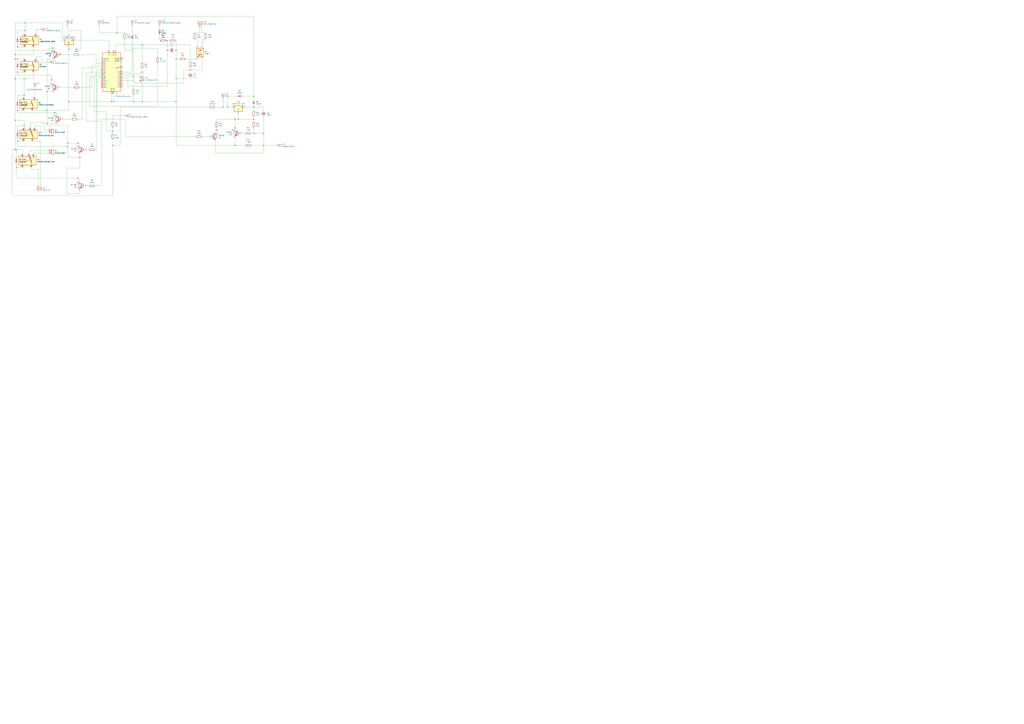
<source format=kicad_sch>
(kicad_sch (version 20250114) (generator "eeschema") (generator_version "9.0")
  (paper "A0")
  (lib_symbols
    (symbol "Connector_Generic:Conn_01x01" (pin_names (offset 1.016) (hide yes))
      (property "Reference" "J" (at 0 2.54 0))
      (property "Value" "Conn_01x01" (at 0 -2.54 0))
      (symbol "Conn_01x01_1_1"
        (pin passive line (at -5.08 0 0) (length 3.81) (name "Pin_1") (number "1"))
      )
    )
    (symbol "Connector_Generic:Conn_01x02" (pin_names (offset 1.016) (hide yes))
      (property "Reference" "J" (at 0 2.54 0))
      (property "Value" "Conn_01x02" (at 0 -5.08 0))
      (symbol "Conn_01x02_1_1"
        (pin passive line (at -5.08 0 0) (length 3.81) (name "Pin_1") (number "1"))
        (pin passive line (at -5.08 -2.54 0) (length 3.81) (name "Pin_2") (number "2"))
      )
    )
    (symbol "Device:C" (pin_numbers (hide yes)) (pin_names (offset 0.254))
      (property "Reference" "C" (at 0.635 2.54 0))
      (property "Value" "C" (at 0.635 -2.54 0))
      (symbol "C_1_1"
        (pin passive line (at 0 3.81 270) (length 2.794) (name "~") (number "1"))
        (pin passive line (at 0 -3.81 90) (length 2.794) (name "~") (number "2"))
      )
    )
    (symbol "Device:R" (pin_numbers (hide yes)) (pin_names (offset 0))
      (property "Reference" "R" (at 2.032 0 90))
      (property "Value" "R" (at 0 0 90))
      (symbol "R_1_1"
        (pin passive line (at 0 3.81 270) (length 1.27) (name "~") (number "1"))
        (pin passive line (at 0 -3.81 90) (length 1.27) (name "~") (number "2"))
      )
    )
    (symbol "Device:Thermistor_NTC" (pin_numbers (hide yes)) (pin_names (offset 0))
      (property "Reference" "TH" (at -4.445 0 90))
      (property "Value" "Thermistor_NTC" (at 3.175 0 90))
      (symbol "Thermistor_NTC_1_1"
        (pin passive line (at 0 3.81 270) (length 1.27) (name "~") (number "1"))
        (pin passive line (at 0 -3.81 90) (length 1.27) (name "~") (number "2"))
      )
    )
    (symbol "Diode:1N4148W" (pin_numbers (hide yes)) (pin_names (hide yes))
      (property "Reference" "D" (at 0 2.54 0))
      (property "Value" "1N4148W" (at 0 -2.54 0))
      (symbol "1N4148W_1_1"
        (pin passive line (at -3.81 0 0) (length 2.54) (name "K") (number "1"))
        (pin passive line (at 3.81 0 180) (length 2.54) (name "A") (number "2"))
      )
    )
    (symbol "Diode:SS14" (pin_numbers (hide yes)) (pin_names (offset 1.016) (hide yes))
      (property "Reference" "D" (at 0 2.54 0))
      (property "Value" "SS14" (at 0 -2.54 0))
      (symbol "SS14_1_1"
        (pin passive line (at -3.81 0 0) (length 2.54) (name "K") (number "1"))
        (pin passive line (at 3.81 0 180) (length 2.54) (name "A") (number "2"))
      )
    )
    (symbol "Diode:US1M" (pin_numbers (hide yes)) (pin_names (hide yes))
      (property "Reference" "D" (at 0 2.54 0))
      (property "Value" "US1M" (at 0 -2.54 0))
      (symbol "US1M_1_1"
        (pin passive line (at -3.81 0 0) (length 2.54) (name "K") (number "1"))
        (pin passive line (at 3.81 0 180) (length 2.54) (name "A") (number "2"))
      )
    )
    (symbol "Isolator:PC817" (pin_names (offset 1.016))
      (property "Reference" "U" (at -5.08 5.08 0))
      (property "Value" "PC817" (at 0 5.08 0))
      (symbol "PC817_1_1"
        (pin passive line (at -7.62 2.54 0) (length 2.54) (name "~") (number "1"))
        (pin passive line (at -7.62 -2.54 0) (length 2.54) (name "~") (number "2"))
        (pin passive line (at 7.62 2.54 180) (length 2.54) (name "~") (number "4"))
        (pin passive line (at 7.62 -2.54 180) (length 2.54) (name "~") (number "3"))
      )
    )
    (symbol "MCU_Module:Arduino_Nano_v3.x"
      (property "Reference" "A" (at -10.16 23.495 0))
      (property "Value" "Arduino_Nano_v3.x" (at 5.08 -24.13 0))
      (symbol "Arduino_Nano_v3.x_1_1"
        (pin bidirectional line (at -12.7 15.24 0) (length 2.54) (name "D0/RX") (number "2"))
        (pin bidirectional line (at -12.7 12.7 0) (length 2.54) (name "D1/TX") (number "1"))
        (pin bidirectional line (at -12.7 10.16 0) (length 2.54) (name "D2") (number "5"))
        (pin bidirectional line (at -12.7 7.62 0) (length 2.54) (name "D3") (number "6"))
        (pin bidirectional line (at -12.7 5.08 0) (length 2.54) (name "D4") (number "7"))
        (pin bidirectional line (at -12.7 2.54 0) (length 2.54) (name "D5") (number "8"))
        (pin bidirectional line (at -12.7 0 0) (length 2.54) (name "D6") (number "9"))
        (pin bidirectional line (at -12.7 -2.54 0) (length 2.54) (name "D7") (number "10"))
        (pin bidirectional line (at -12.7 -5.08 0) (length 2.54) (name "D8") (number "11"))
        (pin bidirectional line (at -12.7 -7.62 0) (length 2.54) (name "D9") (number "12"))
        (pin bidirectional line (at -12.7 -10.16 0) (length 2.54) (name "D10") (number "13"))
        (pin bidirectional line (at -12.7 -12.7 0) (length 2.54) (name "D11") (number "14"))
        (pin bidirectional line (at -12.7 -15.24 0) (length 2.54) (name "D12") (number "15"))
        (pin bidirectional line (at -12.7 -17.78 0) (length 2.54) (name "D13") (number "16"))
        (pin power_in line (at -2.54 25.4 270) (length 2.54) (name "VIN") (number "30"))
        (pin power_in line (at 0 -25.4 90) (length 2.54) (name "GND") (number "4"))
        (pin power_out line (at 2.54 25.4 270) (length 2.54) (name "3V3") (number "17"))
        (pin power_in line (at 2.54 -25.4 90) (length 2.54) (name "GND") (number "29"))
        (pin power_out line (at 5.08 25.4 270) (length 2.54) (name "+5V") (number "27"))
        (pin input line (at 12.7 15.24 180) (length 2.54) (name "~{RESET}") (number "28"))
        (pin input line (at 12.7 12.7 180) (length 2.54) (name "~{RESET}") (number "3"))
        (pin input line (at 12.7 5.08 180) (length 2.54) (name "AREF") (number "18"))
        (pin bidirectional line (at 12.7 0 180) (length 2.54) (name "A0") (number "19"))
        (pin bidirectional line (at 12.7 -2.54 180) (length 2.54) (name "A1") (number "20"))
        (pin bidirectional line (at 12.7 -5.08 180) (length 2.54) (name "A2") (number "21"))
        (pin bidirectional line (at 12.7 -7.62 180) (length 2.54) (name "A3") (number "22"))
        (pin bidirectional line (at 12.7 -10.16 180) (length 2.54) (name "A4") (number "23"))
        (pin bidirectional line (at 12.7 -12.7 180) (length 2.54) (name "A5") (number "24"))
        (pin bidirectional line (at 12.7 -15.24 180) (length 2.54) (name "A6") (number "25"))
        (pin bidirectional line (at 12.7 -17.78 180) (length 2.54) (name "A7") (number "26"))
      )
    )
    (symbol "Regulator_Linear:LM317_TO-220" (pin_names (offset 0.254))
      (property "Reference" "U" (at -3.81 3.175 0))
      (property "Value" "LM317_TO-220" (at 0 3.175 0))
      (symbol "LM317_TO-220_1_1"
        (pin power_in line (at -7.62 0 0) (length 2.54) (name "VI") (number "3"))
        (pin input line (at 0 -7.62 90) (length 2.54) (name "ADJ") (number "1"))
        (pin power_out line (at 7.62 0 180) (length 2.54) (name "VO") (number "2"))
      )
    )
    (symbol "Regulator_Linear:LM7809_TO220" (pin_names (offset 0.254))
      (property "Reference" "U" (at -3.81 3.175 0))
      (property "Value" "LM7809_TO220" (at 0 3.175 0))
      (symbol "LM7809_TO220_1_1"
        (pin power_in line (at -7.62 0 0) (length 2.54) (name "VI") (number "1"))
        (pin power_in line (at 0 -7.62 90) (length 2.54) (name "GND") (number "2"))
        (pin power_out line (at 7.62 0 180) (length 2.54) (name "VO") (number "3"))
      )
    )
    (symbol "Relay:Relay_SPDT"
      (property "Reference" "K" (at 11.43 3.81 0))
      (property "Value" "Relay_SPDT" (at 11.43 1.27 0))
      (symbol "Relay_SPDT_1_1"
        (pin passive line (at -5.08 7.62 270) (length 2.54) (name "~") (number "A1"))
        (pin passive line (at -5.08 -7.62 90) (length 2.54) (name "~") (number "A2"))
        (pin passive line (at 2.54 7.62 270) (length 2.54) (name "~") (number "12"))
        (pin passive line (at 5.08 -7.62 90) (length 2.54) (name "~") (number "11"))
        (pin passive line (at 7.62 7.62 270) (length 2.54) (name "~") (number "14"))
      )
    )
    (symbol "Relay:Relay_SPST-NO"
      (property "Reference" "K" (at 11.43 3.81 0))
      (property "Value" "Relay_SPST-NO" (at 11.43 1.27 0))
      (symbol "Relay_SPST-NO_1_1"
        (pin passive line (at -5.08 7.62 270) (length 2.54) (name "~") (number "A1"))
        (pin passive line (at -5.08 -7.62 90) (length 2.54) (name "~") (number "A2"))
        (pin passive line (at 5.08 -7.62 90) (length 2.54) (name "~") (number "13"))
        (pin passive line (at 7.62 7.62 270) (length 2.54) (name "~") (number "14"))
      )
    )
    (symbol "Transistor_BJT:BCP56" (pin_names (offset 0) (hide yes))
      (property "Reference" "Q" (at 5.08 1.905 0))
      (property "Value" "BCP56" (at 5.08 0 0))
      (symbol "BCP56_1_1"
        (pin input line (at -5.08 0 0) (length 2.54) (name "B") (number "1"))
        (pin passive line (at 2.54 5.08 270) (length 2.54) (name "C") (number "2"))
        (pin passive line (at 2.54 -5.08 90) (length 2.54) (name "E") (number "3"))
        (pin passive line (at 5.08 5.08 270) (length 2.54) (name "C") (number "4"))
      )
    )
  )
  (junction (at 165.1 52.07))
  (junction (at 19.05 173.99))
  (junction (at 60.96 55.88))
  (junction (at 63.5 130.81))
  (junction (at 90.17 207.01))
  (junction (at 204.47 91.44))
  (junction (at 204.47 68.58))
  (junction (at 306.07 154.94))
  (junction (at 194.31 46.99))
  (junction (at 29.21 35.56))
  (junction (at 154.94 88.9))
  (junction (at 80.01 57.15))
  (junction (at 294.64 124.46))
  (junction (at 54.61 143.51))
  (junction (at 27.94 110.49))
  (junction (at 17.78 68.58))
  (junction (at 220.98 81.28))
  (junction (at 54.61 128.27))
  (junction (at 17.78 63.5))
  (junction (at 165.1 118.11))
  (junction (at 20.32 163.83))
  (junction (at 204.47 58.42))
  (junction (at 78.74 170.18))
  (junction (at 92.71 182.88))
  (junction (at 20.32 128.27))
  (junction (at 273.05 138.43))
  (junction (at 154.94 118.11))
  (junction (at 130.81 152.4))
  (junction (at 264.16 124.46))
  (junction (at 20.32 68.58))
  (junction (at 306.07 168.91))
  (junction (at 153.67 55.88))
  (junction (at 194.31 58.42))
  (junction (at 90.17 166.37))
  (junction (at 204.47 118.11))
  (junction (at 17.78 173.99))
  (junction (at 132.08 118.11))
  (junction (at 273.05 148.59))
  (junction (at 54.61 106.68))
  (junction (at 80.01 118.11))
  (junction (at 135.89 38.1))
  (junction (at 19.05 194.31))
  (junction (at 294.64 154.94))
  (junction (at 129.54 118.11))
  (junction (at 27.94 146.05))
  (junction (at 20.32 54.61))
  (junction (at 276.86 138.43))
  (junction (at 294.64 111.76))
  (junction (at 165.1 83.82))
  (junction (at 20.32 83.82))
  (junction (at 251.46 151.13))
  (junction (at 130.81 168.91))
  (junction (at 59.69 92.71))
  (junction (at 273.05 168.91))
  (junction (at 29.21 26.67))
  (junction (at 17.78 91.44))
  (junction (at 27.94 91.44))
  (junction (at 78.74 166.37))
  (junction (at 17.78 139.7))
  (junction (at 259.08 124.46))
  (junction (at 294.64 138.43))
  (wire (pts (xy 92.71 63.5) (xy 111.76 63.5)))
  (wire (pts (xy 226.06 45.72) (xy 229.87 45.72)))
  (wire (pts (xy 55.88 151.13) (xy 50.8 151.13)))
  (wire (pts (xy 19.05 194.31) (xy 19.05 190.5)))
  (wire (pts (xy 39.37 54.61) (xy 39.37 63.5)))
  (wire (pts (xy 92.71 195.58) (xy 77.47 195.58)))
  (wire (pts (xy 153.67 83.82) (xy 153.67 55.88)))
  (wire (pts (xy 27.94 139.7) (xy 17.78 139.7)))
  (wire (pts (xy 55.88 175.26) (xy 34.29 175.26)))
  (wire (pts (xy 92.71 210.82) (xy 92.71 207.01)))
  (wire (pts (xy 146.05 158.75) (xy 146.05 138.43)))
  (wire (pts (xy 294.64 124.46) (xy 294.64 128.27)))
  (wire (pts (xy 92.71 207.01) (xy 90.17 207.01)))
  (wire (pts (xy 100.33 140.97) (xy 100.33 83.82)))
  (wire (pts (xy 93.98 57.15) (xy 80.01 57.15)))
  (wire (pts (xy 27.94 91.44) (xy 27.94 110.49)))
  (wire (pts (xy 111.76 81.28) (xy 111.76 173.99)))
  (wire (pts (xy 63.5 130.81) (xy 63.5 133.35)))
  (wire (pts (xy 270.51 148.59) (xy 273.05 148.59)))
  (wire (pts (xy 20.32 83.82) (xy 20.32 80.01)))
  (wire (pts (xy 118.11 215.9) (xy 118.11 140.97)))
  (wire (pts (xy 55.88 72.39) (xy 48.26 72.39)))
  (wire (pts (xy 26.67 179.07) (xy 26.67 173.99)))
  (wire (pts (xy 29.21 83.82) (xy 20.32 83.82)))
  (wire (pts (xy 182.88 55.88) (xy 182.88 66.04)))
  (wire (pts (xy 55.88 153.67) (xy 46.99 153.67)))
  (wire (pts (xy 106.68 76.2) (xy 116.84 76.2)))
  (wire (pts (xy 238.76 38.1) (xy 233.68 38.1)))
  (wire (pts (xy 20.32 128.27) (xy 20.32 124.46)))
  (wire (pts (xy 165.1 83.82) (xy 165.1 87.63)))
  (wire (pts (xy 220.98 81.28) (xy 220.98 78.74)))
  (wire (pts (xy 220.98 52.07) (xy 165.1 52.07)))
  (wire (pts (xy 39.37 83.82) (xy 39.37 91.44)))
  (wire (pts (xy 63.5 55.88) (xy 60.96 55.88)))
  (wire (pts (xy 165.1 80.01) (xy 165.1 83.82)))
  (wire (pts (xy 204.47 68.58) (xy 208.28 68.58)))
  (wire (pts (xy 104.14 123.19) (xy 104.14 88.9)))
  (wire (pts (xy 273.05 168.91) (xy 284.48 168.91)))
  (wire (pts (xy 123.19 129.54) (xy 109.22 129.54)))
  (wire (pts (xy 234.95 81.28) (xy 220.98 81.28)))
  (wire (pts (xy 156.21 96.52) (xy 213.36 96.52)))
  (wire (pts (xy 162.56 83.82) (xy 165.1 83.82)))
  (wire (pts (xy 44.45 196.85) (xy 44.45 214.63)))
  (wire (pts (xy 231.14 31.75) (xy 231.14 38.1)))
  (wire (pts (xy 95.25 78.74) (xy 95.25 138.43)))
  (wire (pts (xy 165.1 52.07) (xy 134.62 52.07)))
  (wire (pts (xy 251.46 140.97) (xy 251.46 138.43)))
  (wire (pts (xy 251.46 151.13) (xy 250.19 151.13)))
  (wire (pts (xy 20.32 163.83) (xy 20.32 160.02)))
  (wire (pts (xy 20.32 87.63) (xy 59.69 87.63)))
  (wire (pts (xy 242.57 124.46) (xy 139.7 124.46)))
  (wire (pts (xy 116.84 78.74) (xy 95.25 78.74)))
  (wire (pts (xy 113.03 138.43) (xy 113.03 91.44)))
  (wire (pts (xy 215.9 68.58) (xy 229.87 68.58)))
  (wire (pts (xy 71.12 63.5) (xy 85.09 63.5)))
  (wire (pts (xy 251.46 148.59) (xy 251.46 151.13)))
  (wire (pts (xy 142.24 83.82) (xy 153.67 83.82)))
  (wire (pts (xy 106.68 101.6) (xy 106.68 76.2)))
  (wire (pts (xy 35.56 142.24) (xy 35.56 148.59)))
  (wire (pts (xy 135.89 38.1) (xy 115.57 38.1)))
  (wire (pts (xy 227.33 158.75) (xy 146.05 158.75)))
  (wire (pts (xy 139.7 168.91) (xy 130.81 168.91)))
  (wire (pts (xy 294.64 154.94) (xy 294.64 148.59)))
  (wire (pts (xy 204.47 118.11) (xy 165.1 118.11)))
  (wire (pts (xy 13.97 227.33) (xy 13.97 173.99)))
  (wire (pts (xy 63.5 68.58) (xy 54.61 68.58)))
  (wire (pts (xy 90.17 207.01) (xy 90.17 210.82)))
  (wire (pts (xy 109.22 86.36) (xy 116.84 86.36)))
  (wire (pts (xy 27.94 146.05) (xy 27.94 139.7)))
  (wire (pts (xy 273.05 168.91) (xy 204.47 168.91)))
  (wire (pts (xy 20.32 152.4) (xy 20.32 146.05)))
  (wire (pts (xy 185.42 30.48) (xy 185.42 33.02)))
  (wire (pts (xy 274.32 111.76) (xy 264.16 111.76)))
  (wire (pts (xy 220.98 71.12) (xy 220.98 52.07)))
  (wire (pts (xy 41.91 66.04) (xy 41.91 68.58)))
  (wire (pts (xy 20.32 54.61) (xy 20.32 58.42)))
  (wire (pts (xy 306.07 168.91) (xy 320.04 168.91)))
  (wire (pts (xy 135.89 19.05) (xy 135.89 38.1)))
  (wire (pts (xy 135.89 19.05) (xy 294.64 19.05)))
  (wire (pts (xy 270.51 149.86) (xy 270.51 148.59)))
  (wire (pts (xy 100.33 215.9) (xy 102.87 215.9)))
  (wire (pts (xy 19.05 173.99) (xy 17.78 173.99)))
  (wire (pts (xy 78.74 146.05) (xy 54.61 146.05)))
  (wire (pts (xy 132.08 118.11) (xy 129.54 118.11)))
  (wire (pts (xy 294.64 135.89) (xy 294.64 138.43)))
  (wire (pts (xy 143.51 134.62) (xy 130.81 134.62)))
  (wire (pts (xy 80.01 54.61) (xy 80.01 57.15)))
  (wire (pts (xy 194.31 100.33) (xy 148.59 100.33)))
  (wire (pts (xy 148.59 91.44) (xy 142.24 91.44)))
  (wire (pts (xy 193.04 46.99) (xy 194.31 46.99)))
  (wire (pts (xy 92.71 182.88) (xy 78.74 182.88)))
  (wire (pts (xy 306.07 135.89) (xy 306.07 154.94)))
  (wire (pts (xy 264.16 124.46) (xy 259.08 124.46)))
  (wire (pts (xy 231.14 38.1) (xy 226.06 38.1)))
  (wire (pts (xy 19.05 207.01) (xy 19.05 194.31)))
  (wire (pts (xy 306.07 154.94) (xy 306.07 168.91)))
  (wire (pts (xy 111.76 73.66) (xy 116.84 73.66)))
  (wire (pts (xy 234.95 53.34) (xy 234.95 45.72)))
  (wire (pts (xy 144.78 38.1) (xy 135.89 38.1)))
  (wire (pts (xy 144.78 45.72) (xy 144.78 58.42)))
  (wire (pts (xy 250.19 124.46) (xy 259.08 124.46)))
  (wire (pts (xy 153.67 46.99) (xy 153.67 55.88)))
  (wire (pts (xy 20.32 110.49) (xy 27.94 110.49)))
  (wire (pts (xy 46.99 163.83) (xy 46.99 214.63)))
  (wire (pts (xy 182.88 73.66) (xy 182.88 123.19)))
  (wire (pts (xy 66.04 133.35) (xy 66.04 130.81)))
  (wire (pts (xy 55.88 55.88) (xy 60.96 55.88)))
  (wire (pts (xy 20.32 130.81) (xy 20.32 128.27)))
  (wire (pts (xy 20.32 170.18) (xy 20.32 163.83)))
  (wire (pts (xy 220.98 81.28) (xy 220.98 83.82)))
  (wire (pts (xy 38.1 128.27) (xy 54.61 128.27)))
  (wire (pts (xy 36.83 196.85) (xy 36.83 194.31)))
  (wire (pts (xy 148.59 100.33) (xy 148.59 91.44)))
  (wire (pts (xy 292.1 168.91) (xy 306.07 168.91)))
  (wire (pts (xy 66.04 143.51) (xy 54.61 143.51)))
  (wire (pts (xy 54.61 106.68) (xy 62.23 106.68)))
  (wire (pts (xy 17.78 139.7) (xy 17.78 91.44)))
  (wire (pts (xy 29.21 35.56) (xy 29.21 39.37)))
  (wire (pts (xy 100.33 173.99) (xy 102.87 173.99)))
  (wire (pts (xy 116.84 81.28) (xy 111.76 81.28)))
  (wire (pts (xy 78.74 146.05) (xy 78.74 166.37)))
  (wire (pts (xy 264.16 111.76) (xy 264.16 124.46)))
  (wire (pts (xy 250.19 177.8) (xy 306.07 177.8)))
  (wire (pts (xy 273.05 148.59) (xy 273.05 138.43)))
  (wire (pts (xy 20.32 83.82) (xy 20.32 87.63)))
  (wire (pts (xy 118.11 140.97) (xy 100.33 140.97)))
  (wire (pts (xy 294.64 123.19) (xy 294.64 124.46)))
  (wire (pts (xy 63.5 130.81) (xy 20.32 130.81)))
  (wire (pts (xy 146.05 138.43) (xy 113.03 138.43)))
  (wire (pts (xy 204.47 68.58) (xy 204.47 91.44)))
  (wire (pts (xy 50.8 151.13) (xy 50.8 142.24)))
  (wire (pts (xy 276.86 138.43) (xy 276.86 132.08)))
  (wire (pts (xy 250.19 151.13) (xy 250.19 153.67)))
  (wire (pts (xy 294.64 124.46) (xy 306.07 124.46)))
  (wire (pts (xy 204.47 91.44) (xy 204.47 118.11)))
  (wire (pts (xy 20.32 116.84) (xy 20.32 110.49)))
  (wire (pts (xy 252.73 153.67) (xy 252.73 151.13)))
  (wire (pts (xy 62.23 96.52) (xy 62.23 92.71)))
  (wire (pts (xy 204.47 91.44) (xy 220.98 91.44)))
  (wire (pts (xy 17.78 26.67) (xy 29.21 26.67)))
  (wire (pts (xy 44.45 196.85) (xy 36.83 196.85)))
  (wire (pts (xy 55.88 58.42) (xy 55.88 55.88)))
  (wire (pts (xy 229.87 45.72) (xy 229.87 53.34)))
  (wire (pts (xy 234.95 158.75) (xy 242.57 158.75)))
  (wire (pts (xy 54.61 146.05) (xy 54.61 143.51)))
  (wire (pts (xy 294.64 111.76) (xy 294.64 115.57)))
  (wire (pts (xy 123.19 152.4) (xy 130.81 152.4)))
  (wire (pts (xy 72.39 26.67) (xy 29.21 26.67)))
  (wire (pts (xy 20.32 146.05) (xy 27.94 146.05)))
  (wire (pts (xy 27.94 163.83) (xy 20.32 163.83)))
  (wire (pts (xy 134.62 52.07) (xy 134.62 58.42)))
  (wire (pts (xy 20.32 43.18) (xy 20.32 35.56)))
  (wire (pts (xy 20.32 58.42) (xy 55.88 58.42)))
  (wire (pts (xy 234.95 45.72) (xy 238.76 45.72)))
  (wire (pts (xy 20.32 68.58) (xy 17.78 68.58)))
  (wire (pts (xy 204.47 168.91) (xy 204.47 118.11)))
  (wire (pts (xy 130.81 168.91) (xy 130.81 227.33)))
  (wire (pts (xy 234.95 68.58) (xy 234.95 81.28)))
  (wire (pts (xy 17.78 63.5) (xy 17.78 26.67)))
  (wire (pts (xy 73.66 138.43) (xy 82.55 138.43)))
  (wire (pts (xy 204.47 58.42) (xy 204.47 68.58)))
  (wire (pts (xy 29.21 68.58) (xy 20.32 68.58)))
  (wire (pts (xy 20.32 68.58) (xy 20.32 72.39)))
  (wire (pts (xy 130.81 162.56) (xy 130.81 168.91)))
  (wire (pts (xy 154.94 118.11) (xy 132.08 118.11)))
  (wire (pts (xy 26.67 173.99) (xy 19.05 173.99)))
  (wire (pts (xy 20.32 54.61) (xy 20.32 50.8)))
  (wire (pts (xy 153.67 55.88) (xy 182.88 55.88)))
  (wire (pts (xy 142.24 86.36) (xy 162.56 86.36)))
  (wire (pts (xy 113.03 91.44) (xy 116.84 91.44)))
  (wire (pts (xy 144.78 58.42) (xy 154.94 58.42)))
  (wire (pts (xy 269.24 124.46) (xy 264.16 124.46)))
  (wire (pts (xy 80.01 57.15) (xy 80.01 118.11)))
  (wire (pts (xy 78.74 166.37) (xy 90.17 166.37)))
  (wire (pts (xy 251.46 138.43) (xy 273.05 138.43)))
  (wire (pts (xy 95.25 138.43) (xy 90.17 138.43)))
  (wire (pts (xy 273.05 149.86) (xy 273.05 148.59)))
  (wire (pts (xy 27.94 148.59) (xy 27.94 146.05)))
  (wire (pts (xy 154.94 110.49) (xy 154.94 118.11)))
  (wire (pts (xy 54.61 128.27) (xy 80.01 128.27)))
  (wire (pts (xy 213.36 96.52) (xy 213.36 81.28)))
  (wire (pts (xy 63.5 58.42) (xy 63.5 55.88)))
  (wire (pts (xy 54.61 128.27) (xy 54.61 143.51)))
  (wire (pts (xy 92.71 166.37) (xy 90.17 166.37)))
  (wire (pts (xy 46.99 146.05) (xy 40.64 146.05)))
  (wire (pts (xy 55.88 177.8) (xy 39.37 177.8)))
  (wire (pts (xy 250.19 163.83) (xy 250.19 177.8)))
  (wire (pts (xy 130.81 152.4) (xy 130.81 154.94)))
  (wire (pts (xy 280.67 154.94) (xy 284.48 154.94)))
  (wire (pts (xy 92.71 179.07) (xy 92.71 182.88)))
  (wire (pts (xy 194.31 46.99) (xy 194.31 58.42)))
  (wire (pts (xy 26.67 194.31) (xy 19.05 194.31)))
  (wire (pts (xy 139.7 124.46) (xy 139.7 168.91)))
  (wire (pts (xy 294.64 19.05) (xy 294.64 111.76)))
  (wire (pts (xy 60.96 55.88) (xy 60.96 58.42)))
  (wire (pts (xy 203.2 58.42) (xy 204.47 58.42)))
  (wire (pts (xy 69.85 101.6) (xy 85.09 101.6)))
  (wire (pts (xy 45.72 34.29) (xy 41.91 34.29)))
  (wire (pts (xy 165.1 72.39) (xy 165.1 52.07)))
  (wire (pts (xy 306.07 128.27) (xy 306.07 124.46)))
  (wire (pts (xy 165.1 95.25) (xy 165.1 118.11)))
  (wire (pts (xy 100.33 83.82) (xy 116.84 83.82)))
  (wire (pts (xy 39.37 63.5) (xy 17.78 63.5)))
  (wire (pts (xy 294.64 138.43) (xy 276.86 138.43)))
  (wire (pts (xy 40.64 146.05) (xy 40.64 148.59)))
  (wire (pts (xy 154.94 88.9) (xy 142.24 88.9)))
  (wire (pts (xy 27.94 91.44) (xy 17.78 91.44)))
  (wire (pts (xy 104.14 88.9) (xy 116.84 88.9)))
  (wire (pts (xy 29.21 54.61) (xy 20.32 54.61)))
  (wire (pts (xy 13.97 173.99) (xy 17.78 173.99)))
  (wire (pts (xy 109.22 129.54) (xy 109.22 86.36)))
  (wire (pts (xy 92.71 182.88) (xy 92.71 195.58)))
  (wire (pts (xy 41.91 34.29) (xy 41.91 39.37)))
  (wire (pts (xy 27.94 128.27) (xy 20.32 128.27)))
  (wire (pts (xy 110.49 215.9) (xy 118.11 215.9)))
  (wire (pts (xy 294.64 154.94) (xy 306.07 154.94)))
  (wire (pts (xy 273.05 138.43) (xy 276.86 138.43)))
  (wire (pts (xy 127 46.99) (xy 127 58.42)))
  (wire (pts (xy 20.32 35.56) (xy 29.21 35.56)))
  (wire (pts (xy 90.17 166.37) (xy 90.17 168.91)))
  (wire (pts (xy 162.56 86.36) (xy 162.56 83.82)))
  (wire (pts (xy 29.21 26.67) (xy 29.21 35.56)))
  (wire (pts (xy 87.63 46.99) (xy 127 46.99)))
  (wire (pts (xy 78.74 30.48) (xy 78.74 35.56)))
  (wire (pts (xy 213.36 81.28) (xy 220.98 81.28)))
  (wire (pts (xy 50.8 142.24) (xy 35.56 142.24)))
  (wire (pts (xy 90.17 207.01) (xy 19.05 207.01)))
  (wire (pts (xy 194.31 58.42) (xy 195.58 58.42)))
  (wire (pts (xy 115.57 38.1) (xy 115.57 30.48)))
  (wire (pts (xy 48.26 66.04) (xy 41.91 66.04)))
  (wire (pts (xy 185.42 40.64) (xy 185.42 46.99)))
  (wire (pts (xy 92.71 101.6) (xy 106.68 101.6)))
  (wire (pts (xy 156.21 93.98) (xy 142.24 93.98)))
  (wire (pts (xy 77.47 224.79) (xy 92.71 224.79)))
  (wire (pts (xy 80.01 128.27) (xy 80.01 118.11)))
  (wire (pts (xy 66.04 130.81) (xy 63.5 130.81)))
  (wire (pts (xy 156.21 96.52) (xy 156.21 93.98)))
  (wire (pts (xy 92.71 168.91) (xy 92.71 166.37)))
  (wire (pts (xy 165.1 118.11) (xy 154.94 118.11)))
  (wire (pts (xy 93.98 35.56) (xy 93.98 57.15)))
  (wire (pts (xy 80.01 118.11) (xy 129.54 118.11)))
  (wire (pts (xy 233.68 38.1) (xy 233.68 31.75)))
  (wire (pts (xy 132.08 109.22) (xy 132.08 118.11)))
  (wire (pts (xy 194.31 46.99) (xy 196.85 46.99)))
  (wire (pts (xy 78.74 35.56) (xy 93.98 35.56)))
  (wire (pts (xy 153.67 30.48) (xy 153.67 39.37)))
  (wire (pts (xy 111.76 173.99) (xy 110.49 173.99)))
  (wire (pts (xy 19.05 173.99) (xy 19.05 182.88)))
  (wire (pts (xy 72.39 46.99) (xy 72.39 26.67)))
  (wire (pts (xy 292.1 154.94) (xy 294.64 154.94)))
  (wire (pts (xy 123.19 152.4) (xy 123.19 129.54)))
  (wire (pts (xy 130.81 148.59) (xy 130.81 152.4)))
  (wire (pts (xy 62.23 92.71) (xy 59.69 92.71)))
  (wire (pts (xy 20.32 170.18) (xy 78.74 170.18)))
  (wire (pts (xy 77.47 195.58) (xy 77.47 224.79)))
  (wire (pts (xy 129.54 118.11) (xy 129.54 109.22)))
  (wire (pts (xy 273.05 160.02) (xy 273.05 168.91)))
  (wire (pts (xy 306.07 177.8) (xy 306.07 168.91)))
  (wire (pts (xy 17.78 173.99) (xy 17.78 139.7)))
  (wire (pts (xy 78.74 170.18) (xy 78.74 182.88)))
  (wire (pts (xy 48.26 72.39) (xy 48.26 66.04)))
  (wire (pts (xy 259.08 115.57) (xy 259.08 124.46)))
  (wire (pts (xy 54.61 68.58) (xy 54.61 106.68)))
  (wire (pts (xy 46.99 153.67) (xy 46.99 146.05)))
  (wire (pts (xy 154.94 102.87) (xy 154.94 88.9)))
  (wire (pts (xy 182.88 123.19) (xy 104.14 123.19)))
  (wire (pts (xy 92.71 224.79) (xy 92.71 220.98)))
  (wire (pts (xy 40.64 102.87) (xy 40.64 113.03)))
  (wire (pts (xy 204.47 46.99) (xy 204.47 58.42)))
  (wire (pts (xy 17.78 91.44) (xy 17.78 68.58)))
  (wire (pts (xy 17.78 68.58) (xy 17.78 63.5)))
  (wire (pts (xy 54.61 106.68) (xy 54.61 128.27)))
  (wire (pts (xy 252.73 151.13) (xy 251.46 151.13)))
  (wire (pts (xy 27.94 110.49) (xy 27.94 113.03)))
  (wire (pts (xy 59.69 92.71) (xy 59.69 96.52)))
  (wire (pts (xy 39.37 177.8) (xy 39.37 179.07)))
  (wire (pts (xy 194.31 58.42) (xy 194.31 100.33)))
  (wire (pts (xy 59.69 87.63) (xy 59.69 92.71)))
  (wire (pts (xy 130.81 227.33) (xy 13.97 227.33)))
  (wire (pts (xy 294.64 138.43) (xy 294.64 140.97)))
  (wire (pts (xy 34.29 175.26) (xy 34.29 179.07)))
  (wire (pts (xy 78.74 166.37) (xy 78.74 170.18)))
  (wire (pts (xy 111.76 63.5) (xy 111.76 73.66)))
  (wire (pts (xy 38.1 163.83) (xy 46.99 163.83)))
  (wire (pts (xy 39.37 91.44) (xy 27.94 91.44)))
  (wire (pts (xy 281.94 111.76) (xy 294.64 111.76)))
  (wire (pts (xy 154.94 58.42) (xy 154.94 88.9)))
  (wire (pts (xy 130.81 134.62) (xy 130.81 140.97)))
  (wire (pts (xy 294.64 124.46) (xy 284.48 124.46)))
  (symbol (lib_id "Relay:Relay_SPDT") (at 33.02 156.21 0) (unit 1)
    (property "Reference" "K3" (at 44.45 154.9399 0) (effects (justify left)))
    (property "Value" "POWER_READY_OUT" (at 44.45 157.4799 0) (effects (justify left)))
    (property "Description" "Relay SPDT, monostable, EN50005" (effects (hide yes)))
  )
  (symbol (lib_id "Connector_Generic:Conn_01x02") (at 46.99 219.71 270) (unit 1)
    (property "Reference" "J6" (at 49.53 218.4399 90) (effects (justify left)))
    (property "Value" "RELAY_IN" (at 49.53 220.9799 90) (effects (justify left)))
    (property "Description" "Generic connector, single row, 01x02, script generated (kicad-library-utils/schlib/autogen/connector/)" (effects (hide yes)))
  )
  (symbol (lib_id "Connector_Generic:Conn_01x01") (at 40.64 97.79 90) (unit 1)
    (property "Reference" "J5" (at 43.18 96.5199 90) (effects (justify right)))
    (property "Value" "SHUT(RED+BLACK)" (at 31.242 104.14 90) (effects (justify right)))
    (property "Description" "Generic connector, single row, 01x01, script generated (kicad-library-utils/schlib/autogen/connector/)" (effects (hide yes)))
  )
  (symbol (lib_id "Connector_Generic:Conn_01x01") (at 325.12 168.91 0) (unit 1)
    (property "Reference" "J14" (at 327.66 167.6399 0) (effects (justify left)))
    (property "Value" "GND(WHI+BLK)" (at 327.66 170.1799 0) (effects (justify left)))
    (property "Description" "Generic connector, single row, 01x01, script generated (kicad-library-utils/schlib/autogen/connector/)" (effects (hide yes)))
  )
  (symbol (lib_id "Device:R") (at 106.68 173.99 90) (unit 1)
    (property "Reference" "R4" (at 106.68 167.64 90))
    (property "Value" "100R" (at 106.68 170.18 90))
    (property "Description" "Resistor" (effects (hide yes)))
  )
  (symbol (lib_id "Device:R") (at 226.06 41.91 0) (unit 1)
    (property "Reference" "R14" (at 228.6 40.6399 0) (effects (justify left)))
    (property "Value" "100k" (at 228.6 43.1799 0) (effects (justify left)))
    (property "Description" "Resistor" (effects (hide yes)))
  )
  (symbol (lib_id "Diode:SS14") (at 185.42 36.83 90) (unit 1)
    (property "Reference" "D7" (at 187.96 35.8774 90) (effects (justify right)))
    (property "Value" "SS14" (at 187.96 38.4174 90) (effects (justify right)))
    (property "Footprint" "Diode_SMD:D_SMA" (effects (hide yes)))
    (property "Datasheet" "https://www.vishay.com/docs/88746/ss12.pdf" (effects (hide yes)))
    (property "Description" "40V 1A Schottky Diode, SMA" (effects (hide yes)))
    (property "Sim.Device" "D" (effects (hide yes)))
    (property "Sim.Pins" "1=K 2=A" (effects (hide yes)))
  )
  (symbol (lib_id "Device:R") (at 165.1 76.2 180) (unit 1)
    (property "Reference" "R8" (at 167.64 74.9299 0) (effects (justify right)))
    (property "Value" "10k" (at 167.64 77.4699 0) (effects (justify right)))
    (property "Description" "Resistor" (effects (hide yes)))
  )
  (symbol (lib_id "Device:C") (at 306.07 132.08 180) (unit 1)
    (property "Reference" "C3" (at 309.88 130.8099 0) (effects (justify right)))
    (property "Value" "100u" (at 309.88 133.3499 0) (effects (justify right)))
    (property "Description" "Unpolarized capacitor" (effects (hide yes)))
  )
  (symbol (lib_id "Device:R") (at 144.78 41.91 0) (unit 1)
    (property "Reference" "R11" (at 147.32 40.6399 0) (effects (justify left)))
    (property "Value" "100k" (at 147.32 43.1799 0) (effects (justify left)))
    (property "Description" "Resistor" (effects (hide yes)))
  )
  (symbol (lib_id "Connector_Generic:Conn_01x02") (at 60.96 175.26 0) (unit 1)
    (property "Reference" "J1" (at 63.5 175.2599 0) (effects (justify left)))
    (property "Value" "RELAY_B_OUT" (at 63.5 177.7999 0) (effects (justify left)))
    (property "Description" "Generic connector, single row, 01x02, script generated (kicad-library-utils/schlib/autogen/connector/)" (effects (hide yes)))
  )
  (symbol (lib_id "Device:R") (at 154.94 106.68 180) (unit 1)
    (property "Reference" "R10" (at 157.48 105.4099 0) (effects (justify right)))
    (property "Value" "47k" (at 157.48 107.9499 0) (effects (justify right)))
    (property "Description" "Resistor" (effects (hide yes)))
  )
  (symbol (lib_id "Device:R") (at 86.36 138.43 90) (unit 1)
    (property "Reference" "R3" (at 86.36 132.08 90))
    (property "Value" "100R" (at 86.36 134.62 90))
    (property "Description" "Resistor" (effects (hide yes)))
  )
  (symbol (lib_id "Device:R") (at 106.68 215.9 90) (unit 1)
    (property "Reference" "R5" (at 106.68 209.55 90))
    (property "Value" "100R" (at 106.68 212.09 90))
    (property "Description" "Resistor" (effects (hide yes)))
  )
  (symbol (lib_id "Transistor_BJT:BCP56") (at 247.65 158.75 0) (unit 1)
    (property "Reference" "Q7" (at 254 160.0201 0) (effects (justify left)))
    (property "Value" "BCP56" (at 254 157.4801 0) (effects (justify left)))
    (property "Footprint" "Package_TO_SOT_SMD:SOT-223-3_TabPin2" (effects (hide yes)))
    (property "Datasheet" "https://www.nxp.com/docs/en/data-sheet/BCP56_BCX56_BC56PA.pdf" (effects (hide yes)))
    (property "Description" "1A Ic, 80V Vce, NPN Medium Power Transistor, SOT-223" (effects (hide yes)))
  )
  (symbol (lib_id "Regulator_Linear:LM317_TO-220") (at 276.86 124.46 0) (unit 1)
    (property "Reference" "U3" (at 276.86 118.11 0))
    (property "Value" "LM317_TO-220" (at 276.86 120.65 0))
    (property "Footprint" "Package_TO_SOT_THT:TO-220-3_Vertical" (effects (hide yes)))
    (property "Datasheet" "http://www.ti.com/lit/ds/symlink/lm317.pdf" (effects (hide yes)))
    (property "Description" "1.5A 35V Adjustable Linear Regulator, TO-220" (effects (hide yes)))
  )
  (symbol (lib_id "Isolator:PC817") (at 232.41 60.96 270) (unit 1)
    (property "Reference" "U2" (at 237.49 59.6899 90) (effects (justify left)))
    (property "Value" "PC817" (at 237.49 62.2299 90) (effects (justify left)))
    (property "Footprint" "Package_DIP:DIP-4_W7.62mm" (effects (hide yes)))
    (property "Datasheet" "http://www.soselectronic.cz/a_info/resource/d/pc817.pdf" (effects (hide yes)))
    (property "Description" "DC Optocoupler, Vce 35V, CTR 50-300%, DIP-4" (effects (hide yes)))
  )
  (symbol (lib_id "Device:R") (at 231.14 158.75 90) (unit 1)
    (property "Reference" "R24" (at 231.14 152.4 90))
    (property "Value" "100" (at 231.14 154.94 90))
    (property "Description" "Resistor" (effects (hide yes)))
  )
  (symbol (lib_id "Diode:1N4148W") (at 19.05 186.69 270) (unit 1)
    (property "Reference" "D5" (at 21.59 185.4199 90) (effects (justify left)))
    (property "Value" "1N4148W" (at 21.59 187.9599 90) (effects (justify left)))
    (property "Footprint" "Diode_SMD:D_SOD-123" (effects (hide yes)))
    (property "Datasheet" "https://www.vishay.com/docs/85748/1n4148w.pdf" (effects (hide yes)))
    (property "Description" "75V 0.15A Fast Switching Diode, SOD-123" (effects (hide yes)))
    (property "Sim.Device" "D" (effects (hide yes)))
    (property "Sim.Pins" "1=K 2=A" (effects (hide yes)))
  )
  (symbol (lib_id "Regulator_Linear:LM7809_TO220") (at 80.01 46.99 0) (unit 1)
    (property "Reference" "U1" (at 80.01 40.64 0))
    (property "Value" "LM7809_TO220" (at 80.01 43.18 0))
    (property "Footprint" "Package_TO_SOT_THT:TO-220-3_Vertical" (effects (hide yes)))
    (property "Datasheet" "https://www.onsemi.cn/PowerSolutions/document/MC7800-D.PDF" (effects (hide yes)))
    (property "Description" "Positive 1A 35V Linear Regulator, Fixed Output 9V, TO-220" (effects (hide yes)))
  )
  (symbol (lib_id "Device:R") (at 294.64 144.78 0) (unit 1)
    (property "Reference" "R20" (at 297.0323 143.5099 0) (effects (justify left)))
    (property "Value" "2.6k" (at 297.0323 146.0499 0) (effects (justify left)))
    (property "Description" "Resistor" (effects (hide yes)))
  )
  (symbol (lib_id "Relay:Relay_SPST-NO") (at 34.29 76.2 0) (unit 1)
    (property "Reference" "K2" (at 45.72 74.9299 0) (effects (justify left)))
    (property "Value" "STARTER" (at 45.72 77.4699 0) (effects (justify left)))
    (property "Description" "Relay SPST, normally open, EN50005" (effects (hide yes)))
  )
  (symbol (lib_id "Connector_Generic:Conn_01x01") (at 78.74 25.4 90) (unit 1)
    (property "Reference" "J12" (at 81.28 24.1299 90) (effects (justify right)))
    (property "Value" "BR-" (at 81.28 26.6699 90) (effects (justify right)))
    (property "Description" "Generic connector, single row, 01x01, script generated (kicad-library-utils/schlib/autogen/connector/)" (effects (hide yes)))
  )
  (symbol (lib_id "Diode:1N4148W") (at 20.32 120.65 270) (unit 1)
    (property "Reference" "D3" (at 22.86 119.3799 90) (effects (justify left)))
    (property "Value" "1N4148W" (at 22.86 121.9199 90) (effects (justify left)))
    (property "Footprint" "Diode_SMD:D_SOD-123" (effects (hide yes)))
    (property "Datasheet" "https://www.vishay.com/docs/85748/1n4148w.pdf" (effects (hide yes)))
    (property "Description" "75V 0.15A Fast Switching Diode, SOD-123" (effects (hide yes)))
    (property "Sim.Device" "D" (effects (hide yes)))
    (property "Sim.Pins" "1=K 2=A" (effects (hide yes)))
  )
  (symbol (lib_id "Device:R") (at 182.88 69.85 180) (unit 1)
    (property "Reference" "R9" (at 185.42 68.5799 0) (effects (justify right)))
    (property "Value" "1k ???" (at 185.42 71.1199 0) (effects (justify right)))
    (property "Description" "Resistor" (effects (hide yes)))
  )
  (symbol (lib_id "Device:R") (at 212.09 68.58 270) (unit 1)
    (property "Reference" "R17" (at 212.09 62.23 90))
    (property "Value" "100" (at 212.09 64.77 90))
    (property "Description" "Resistor" (effects (hide yes)))
  )
  (symbol (lib_id "MCU_Module:Arduino_Nano_v3.x") (at 129.54 83.82 0) (unit 1)
    (property "Reference" "A1" (at 134.2233 109.22 0) (effects (justify left)))
    (property "Value" "Arduino_Nano_v3.x" (at 134.2233 111.76 0) (effects (justify left)))
    (property "Footprint" "Module:Arduino_Nano" (effects (hide yes)))
    (property "Datasheet" "http://www.mouser.com/pdfdocs/Gravitech_Arduino_Nano3_0.pdf" (effects (hide yes)))
    (property "Description" "Arduino Nano v3.x" (effects (hide yes)))
  )
  (symbol (lib_id "Relay:Relay_SPST-NO") (at 34.29 46.99 0) (unit 1)
    (property "Reference" "K1" (at 45.72 45.7199 0) (effects (justify left)))
    (property "Value" "CARBURATOR_DOOR" (at 45.72 48.2599 0) (effects (justify left)))
    (property "Description" "Relay SPST, normally open, EN50005" (effects (hide yes)))
  )
  (symbol (lib_id "Device:R") (at 251.46 144.78 0) (unit 1)
    (property "Reference" "R23" (at 253.8523 143.5099 0) (effects (justify left)))
    (property "Value" "25k" (at 253.8523 146.0499 0) (effects (justify left)))
    (property "Description" "Resistor" (effects (hide yes)))
  )
  (symbol (lib_id "Connector_Generic:Conn_01x01") (at 259.08 110.49 90) (unit 1)
    (property "Reference" "J13" (at 261.62 109.2199 90) (effects (justify right)))
    (property "Value" "BR+" (at 261.62 111.7599 90) (effects (justify right)))
    (property "Description" "Generic connector, single row, 01x01, script generated (kicad-library-utils/schlib/autogen/connector/)" (effects (hide yes)))
  )
  (symbol (lib_id "Device:R") (at 200.66 46.99 270) (unit 1)
    (property "Reference" "R13" (at 200.66 40.64 90))
    (property "Value" "4.7k" (at 200.66 43.18 90))
    (property "Description" "Resistor" (effects (hide yes)))
  )
  (symbol (lib_id "Connector_Generic:Conn_01x02") (at 231.14 26.67 90) (unit 1)
    (property "Reference" "J11" (at 236.22 25.3999 90) (effects (justify right)))
    (property "Value" "REM_POWER_OK" (at 236.22 27.9399 90) (effects (justify right)))
    (property "Description" "Generic connector, single row, 01x02, script generated (kicad-library-utils/schlib/autogen/connector/)" (effects (hide yes)))
  )
  (symbol (lib_id "Device:C") (at 199.39 58.42 90) (unit 1)
    (property "Reference" "C1" (at 199.39 50.8 90))
    (property "Value" "1u" (at 199.39 53.34 90))
    (property "Description" "Unpolarized capacitor" (effects (hide yes)))
  )
  (symbol (lib_id "Diode:1N4148W") (at 20.32 76.2 270) (unit 1)
    (property "Reference" "D2" (at 22.86 74.9299 90) (effects (justify left)))
    (property "Value" "1N4148W" (at 22.86 77.4699 90) (effects (justify left)))
    (property "Footprint" "Diode_SMD:D_SOD-123" (effects (hide yes)))
    (property "Datasheet" "https://www.vishay.com/docs/85748/1n4148w.pdf" (effects (hide yes)))
    (property "Description" "75V 0.15A Fast Switching Diode, SOD-123" (effects (hide yes)))
    (property "Sim.Device" "D" (effects (hide yes)))
    (property "Sim.Pins" "1=K 2=A" (effects (hide yes)))
  )
  (symbol (lib_id "Transistor_BJT:BCP56") (at 68.58 138.43 0) (mirror y) (unit 1)
    (property "Reference" "Q3" (at 62.23 139.7001 0) (effects (justify left)))
    (property "Value" "BCP56" (at 62.23 137.1601 0) (effects (justify left)))
    (property "Footprint" "Package_TO_SOT_SMD:SOT-223-3_TabPin2" (effects (hide yes)))
    (property "Datasheet" "https://www.nxp.com/docs/en/data-sheet/BCP56_BCX56_BC56PA.pdf" (effects (hide yes)))
    (property "Description" "1A Ic, 80V Vce, NPN Medium Power Transistor, SOT-223" (effects (hide yes)))
  )
  (symbol (lib_id "Device:R") (at 294.64 132.08 0) (unit 1)
    (property "Reference" "R19" (at 297.0323 130.8099 0) (effects (justify left)))
    (property "Value" "240" (at 297.0323 133.3499 0) (effects (justify left)))
    (property "Description" "Resistor" (effects (hide yes)))
  )
  (symbol (lib_id "Diode:SS14") (at 153.67 43.18 270) (unit 1)
    (property "Reference" "D6" (at 156.21 41.5924 90) (effects (justify left)))
    (property "Value" "SS14" (at 156.21 44.1324 90) (effects (justify left)))
    (property "Footprint" "Diode_SMD:D_SMA" (effects (hide yes)))
    (property "Datasheet" "https://www.vishay.com/docs/88746/ss12.pdf" (effects (hide yes)))
    (property "Description" "40V 1A Schottky Diode, SMA" (effects (hide yes)))
    (property "Sim.Device" "D" (effects (hide yes)))
    (property "Sim.Pins" "1=K 2=A" (effects (hide yes)))
  )
  (symbol (lib_id "Transistor_BJT:BCP56") (at 64.77 101.6 0) (mirror y) (unit 1)
    (property "Reference" "Q2" (at 58.42 102.8701 0) (effects (justify left)))
    (property "Value" "BCP56" (at 58.42 100.3301 0) (effects (justify left)))
    (property "Footprint" "Package_TO_SOT_SMD:SOT-223-3_TabPin2" (effects (hide yes)))
    (property "Datasheet" "https://www.nxp.com/docs/en/data-sheet/BCP56_BCX56_BC56PA.pdf" (effects (hide yes)))
    (property "Description" "1A Ic, 80V Vce, NPN Medium Power Transistor, SOT-223" (effects (hide yes)))
  )
  (symbol (lib_id "Connector_Generic:Conn_01x01") (at 60.96 72.39 0) (unit 1)
    (property "Reference" "J4" (at 63.5 71.1199 0) (effects (justify left)))
    (property "Value" "START(PURPLE)" (at 63.5 73.6599 0) (effects (justify left)))
    (property "Description" "Generic connector, single row, 01x01, script generated (kicad-library-utils/schlib/autogen/connector/)" (effects (hide yes)))
  )
  (symbol (lib_id "Device:R") (at 288.29 154.94 90) (unit 1)
    (property "Reference" "R21" (at 288.29 148.59 90))
    (property "Value" "100" (at 288.29 151.13 90))
    (property "Description" "Resistor" (effects (hide yes)))
  )
  (symbol (lib_id "Device:R") (at 130.81 158.75 180) (unit 1)
    (property "Reference" "R7" (at 133.35 157.4799 0) (effects (justify right)))
    (property "Value" "100k" (at 133.35 160.0199 0) (effects (justify right)))
    (property "Description" "Resistor" (effects (hide yes)))
  )
  (symbol (lib_id "Connector_Generic:Conn_01x02") (at 60.96 151.13 0) (unit 1)
    (property "Reference" "J2" (at 63.5 151.1299 0) (effects (justify left)))
    (property "Value" "RELAY_A_OUT" (at 63.5 153.6699 0) (effects (justify left)))
    (property "Description" "Generic connector, single row, 01x02, script generated (kicad-library-utils/schlib/autogen/connector/)" (effects (hide yes)))
  )
  (symbol (lib_id "Transistor_BJT:BCP56") (at 95.25 173.99 0) (mirror y) (unit 1)
    (property "Reference" "Q4" (at 88.9 175.2601 0) (effects (justify left)))
    (property "Value" "BCP56" (at 88.9 172.7201 0) (effects (justify left)))
    (property "Footprint" "Package_TO_SOT_SMD:SOT-223-3_TabPin2" (effects (hide yes)))
    (property "Datasheet" "https://www.nxp.com/docs/en/data-sheet/BCP56_BCX56_BC56PA.pdf" (effects (hide yes)))
    (property "Description" "1A Ic, 80V Vce, NPN Medium Power Transistor, SOT-223" (effects (hide yes)))
  )
  (symbol (lib_id "Device:R") (at 88.9 101.6 90) (unit 1)
    (property "Reference" "R2" (at 88.9 95.25 90))
    (property "Value" "100R" (at 88.9 97.79 90))
    (property "Description" "Resistor" (effects (hide yes)))
  )
  (symbol (lib_id "Device:Thermistor_NTC") (at 165.1 91.44 0) (unit 1)
    (property "Reference" "TH1" (at 167.64 90.4874 0) (effects (justify left)))
    (property "Value" "Thermistor_NTC" (at 167.64 93.0274 0) (effects (justify left)))
    (property "Description" "Temperature dependent resistor, negative temperature coefficient" (effects (hide yes)))
  )
  (symbol (lib_id "Device:R") (at 246.38 124.46 270) (unit 1)
    (property "Reference" "R18" (at 246.38 118.11 90))
    (property "Value" "120 5W" (at 246.38 120.65 90))
    (property "Description" "Resistor" (effects (hide yes)))
  )
  (symbol (lib_id "Transistor_BJT:BCP56") (at 275.59 154.94 0) (mirror y) (unit 1)
    (property "Reference" "Q6" (at 269.24 156.2101 0) (effects (justify left)))
    (property "Value" "BCP56" (at 269.24 153.6701 0) (effects (justify left)))
    (property "Footprint" "Package_TO_SOT_SMD:SOT-223-3_TabPin2" (effects (hide yes)))
    (property "Datasheet" "https://www.nxp.com/docs/en/data-sheet/BCP56_BCX56_BC56PA.pdf" (effects (hide yes)))
    (property "Description" "1A Ic, 80V Vce, NPN Medium Power Transistor, SOT-223" (effects (hide yes)))
  )
  (symbol (lib_id "Device:R") (at 189.23 46.99 270) (unit 1)
    (property "Reference" "R12" (at 189.23 40.9635 90))
    (property "Value" "15k" (at 189.23 43.5035 90))
    (property "Description" "Resistor" (effects (hide yes)))
  )
  (symbol (lib_id "Relay:Relay_SPDT") (at 31.75 186.69 0) (unit 1)
    (property "Reference" "K4" (at 43.18 185.4199 0) (effects (justify left)))
    (property "Value" "POWER_CONTROL_OUT" (at 43.18 187.9599 0) (effects (justify left)))
    (property "Description" "Relay SPDT, monostable, EN50005" (effects (hide yes)))
  )
  (symbol (lib_id "Connector_Generic:Conn_01x01") (at 148.59 134.62 0) (unit 1)
    (property "Reference" "J7" (at 151.13 133.3499 0) (effects (justify left)))
    (property "Value" "CONN_DET(WHI+BRO)" (at 151.13 135.8899 0) (effects (justify left)))
    (property "Description" "Generic connector, single row, 01x01, script generated (kicad-library-utils/schlib/autogen/connector/)" (effects (hide yes)))
  )
  (symbol (lib_id "Device:R") (at 288.29 168.91 90) (unit 1)
    (property "Reference" "R22" (at 288.29 162.56 90))
    (property "Value" "1 10W" (at 288.29 165.1 90))
    (property "Description" "Resistor" (effects (hide yes)))
  )
  (symbol (lib_id "Connector_Generic:Conn_01x01") (at 153.67 25.4 90) (unit 1)
    (property "Reference" "J9" (at 156.21 24.1299 90) (effects (justify right)))
    (property "Value" "KEY_REF(YEL+BLU)" (at 156.21 26.6699 90) (effects (justify right)))
    (property "Description" "Generic connector, single row, 01x01, script generated (kicad-library-utils/schlib/autogen/connector/)" (effects (hide yes)))
  )
  (symbol (lib_id "Device:R") (at 220.98 74.93 180) (unit 1)
    (property "Reference" "R16" (at 223.52 73.6599 0) (effects (justify right)))
    (property "Value" "100k" (at 223.52 76.1999 0) (effects (justify right)))
    (property "Description" "Resistor" (effects (hide yes)))
  )
  (symbol (lib_id "Device:C") (at 220.98 87.63 180) (unit 1)
    (property "Reference" "C2" (at 224.79 86.3599 0) (effects (justify right)))
    (property "Value" "1u" (at 224.79 88.8999 0) (effects (justify right)))
    (property "Description" "Unpolarized capacitor" (effects (hide yes)))
  )
  (symbol (lib_id "Device:R") (at 88.9 63.5 90) (unit 1)
    (property "Reference" "R1" (at 88.9 57.15 90))
    (property "Value" "100R" (at 88.9 59.69 90))
    (property "Description" "Resistor" (effects (hide yes)))
  )
  (symbol (lib_id "Transistor_BJT:BCP56") (at 66.04 63.5 0) (mirror y) (unit 1)
    (property "Reference" "Q1" (at 59.69 64.7701 0) (effects (justify left)))
    (property "Value" "BCP56" (at 59.69 62.2301 0) (effects (justify left)))
    (property "Footprint" "Package_TO_SOT_SMD:SOT-223-3_TabPin2" (effects (hide yes)))
    (property "Datasheet" "https://www.nxp.com/docs/en/data-sheet/BCP56_BCX56_BC56PA.pdf" (effects (hide yes)))
    (property "Description" "1A Ic, 80V Vce, NPN Medium Power Transistor, SOT-223" (effects (hide yes)))
  )
  (symbol (lib_id "Device:R") (at 130.81 144.78 180) (unit 1)
    (property "Reference" "R6" (at 133.35 143.5099 0) (effects (justify right)))
    (property "Value" "10k" (at 133.35 146.0499 0) (effects (justify right)))
    (property "Description" "Resistor" (effects (hide yes)))
  )
  (symbol (lib_id "Transistor_BJT:BCP56") (at 95.25 215.9 0) (mirror y) (unit 1)
    (property "Reference" "Q5" (at 88.9 217.1701 0) (effects (justify left)))
    (property "Value" "BCP56" (at 88.9 214.6301 0) (effects (justify left)))
    (property "Footprint" "Package_TO_SOT_SMD:SOT-223-3_TabPin2" (effects (hide yes)))
    (property "Datasheet" "https://www.nxp.com/docs/en/data-sheet/BCP56_BCX56_BC56PA.pdf" (effects (hide yes)))
    (property "Description" "1A Ic, 80V Vce, NPN Medium Power Transistor, SOT-223" (effects (hide yes)))
  )
  (symbol (lib_id "Diode:US1M") (at 278.13 111.76 0) (unit 1)
    (property "Reference" "D9" (at 278.13 105.41 0))
    (property "Value" "10A10" (at 278.13 107.95 0))
    (property "Footprint" "Diode_SMD:D_SMA" (effects (hide yes)))
    (property "Datasheet" "https://www.diodes.com/assets/Datasheets/ds16008.pdf" (effects (hide yes)))
    (property "Description" "1000V, 1A, General Purpose Rectifier Diode, SMA(DO-214AC)" (effects (hide yes)))
    (property "Sim.Device" "D" (effects (hide yes)))
    (property "Sim.Pins" "1=K 2=A" (effects (hide yes)))
  )
  (symbol (lib_id "Connector_Generic:Conn_01x01") (at 185.42 25.4 90) (unit 1)
    (property "Reference" "J10" (at 187.96 24.1299 90) (effects (justify right)))
    (property "Value" "ENGINE_REF(WHI+BLU)" (at 187.96 26.6699 90) (effects (justify right)))
    (property "Description" "Generic connector, single row, 01x01, script generated (kicad-library-utils/schlib/autogen/connector/)" (effects (hide yes)))
  )
  (symbol (lib_id "Diode:US1M") (at 294.64 119.38 270) (unit 1)
    (property "Reference" "D8" (at 297.18 118.1099 90) (effects (justify left)))
    (property "Value" "10A10" (at 297.18 120.6499 90) (effects (justify left)))
    (property "Footprint" "Diode_SMD:D_SMA" (effects (hide yes)))
    (property "Datasheet" "https://www.diodes.com/assets/Datasheets/ds16008.pdf" (effects (hide yes)))
    (property "Description" "1000V, 1A, General Purpose Rectifier Diode, SMA(DO-214AC)" (effects (hide yes)))
    (property "Sim.Device" "D" (effects (hide yes)))
    (property "Sim.Pins" "1=K 2=A" (effects (hide yes)))
  )
  (symbol (lib_id "Diode:1N4148W") (at 20.32 156.21 270) (unit 1)
    (property "Reference" "D4" (at 22.86 154.9399 90) (effects (justify left)))
    (property "Value" "1N4148W" (at 22.86 157.4799 90) (effects (justify left)))
    (property "Footprint" "Diode_SMD:D_SOD-123" (effects (hide yes)))
    (property "Datasheet" "https://www.vishay.com/docs/85748/1n4148w.pdf" (effects (hide yes)))
    (property "Description" "75V 0.15A Fast Switching Diode, SOD-123" (effects (hide yes)))
    (property "Sim.Device" "D" (effects (hide yes)))
    (property "Sim.Pins" "1=K 2=A" (effects (hide yes)))
  )
  (symbol (lib_id "Connector_Generic:Conn_01x01") (at 115.57 25.4 90) (unit 1)
    (property "Reference" "J8" (at 118.11 24.1299 90) (effects (justify right)))
    (property "Value" "BAT(RED)" (at 118.11 26.6699 90) (effects (justify right)))
    (property "Description" "Generic connector, single row, 01x01, script generated (kicad-library-utils/schlib/autogen/connector/)" (effects (hide yes)))
  )
  (symbol (lib_id "Diode:1N4148W") (at 20.32 46.99 270) (unit 1)
    (property "Reference" "D1" (at 22.86 45.7199 90) (effects (justify left)))
    (property "Value" "1N4148W" (at 22.86 48.2599 90) (effects (justify left)))
    (property "Footprint" "Diode_SMD:D_SOD-123" (effects (hide yes)))
    (property "Datasheet" "https://www.vishay.com/docs/85748/1n4148w.pdf" (effects (hide yes)))
    (property "Description" "75V 0.15A Fast Switching Diode, SOD-123" (effects (hide yes)))
    (property "Sim.Device" "D" (effects (hide yes)))
    (property "Sim.Pins" "1=K 2=A" (effects (hide yes)))
  )
  (symbol (lib_id "Relay:Relay_SPST-NO") (at 33.02 120.65 0) (unit 1)
    (property "Reference" "K5" (at 44.45 119.3799 0) (effects (justify left)))
    (property "Value" "ENGINE_SHUTDOWN" (at 44.45 121.9199 0) (effects (justify left)))
    (property "Description" "Relay SPST, normally open, EN50005" (effects (hide yes)))
  )
  (symbol (lib_id "Connector_Generic:Conn_01x01") (at 50.8 34.29 0) (unit 1)
    (property "Reference" "J3" (at 53.34 33.0199 0) (effects (justify left)))
    (property "Value" "DOOR(RED+BLUE)" (at 53.34 35.5599 0) (effects (justify left)))
    (property "Description" "Generic connector, single row, 01x01, script generated (kicad-library-utils/schlib/autogen/connector/)" (effects (hide yes)))
  )
  (symbol (lib_id "Device:R") (at 238.76 41.91 0) (unit 1)
    (property "Reference" "R15" (at 241.3 40.6399 0) (effects (justify left)))
    (property "Value" "100k" (at 241.3 43.1799 0) (effects (justify left)))
    (property "Description" "Resistor" (effects (hide yes)))
  )
)
</source>
